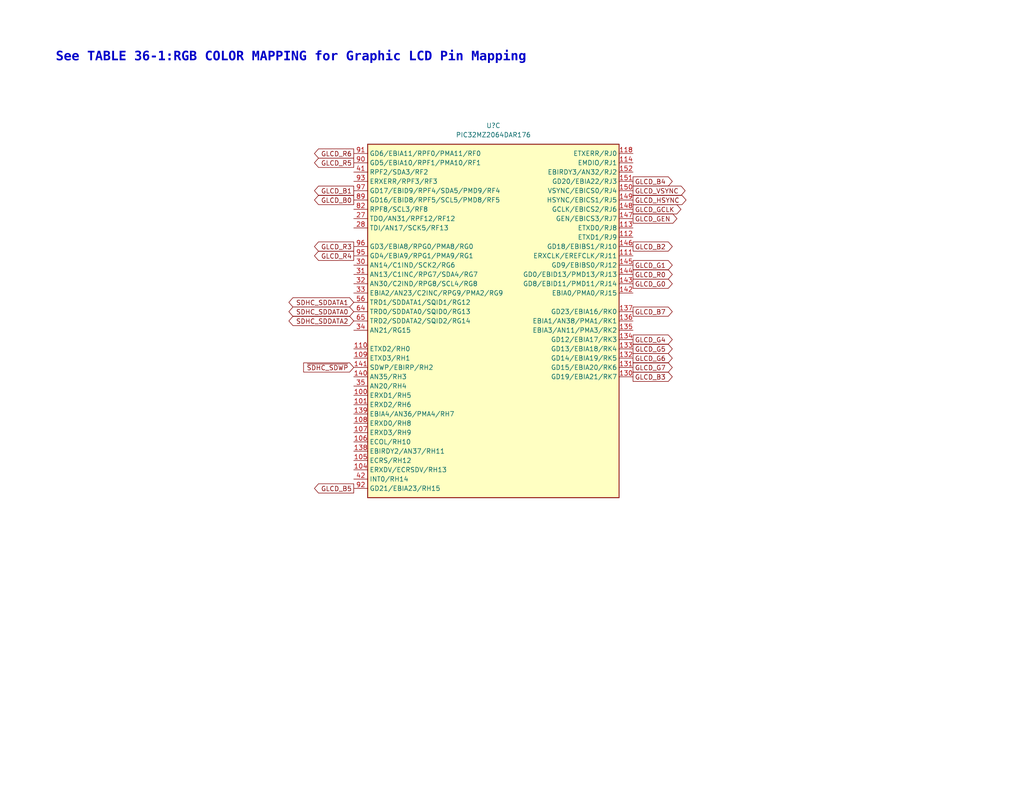
<source format=kicad_sch>
(kicad_sch (version 20230121) (generator eeschema)
  (paper "A")
  (title_block (title "Thermal Camera") (date "2023-11-13") (rev "PRELIM") (company "Drew Maatman and Michael Laffin"))
  (lib_symbols
    (symbol "Custom Library:PIC32MZ2064DAR176"
      (property "Reference" "U" (at -35.56 49.53 0))
      (property "Value" "PIC32MZ2064DAR176" (at -35.56 46.99 0))
      (symbol "PIC32MZ2064DAR176_1_1"
        (rectangle (start -12.7 38.1) (end 12.7 -68.58) (stroke (width 0.254)) (fill (type background)))
        (pin power_in line (at -16.51 7.62 0) (length 3.81) (name "VDDIO") (number "102"))
        (pin power_in line (at 16.51 12.7 180) (length 3.81) (name "VSS") (number "103"))
        (pin power_in line (at 16.51 10.16 180) (length 3.81) (name "VSS") (number "115"))
        (pin power_in line (at -16.51 -66.04 0) (length 3.81) (name "VDDCORE") (number "116"))
        (pin power_in line (at -16.51 5.08 0) (length 3.81) (name "VDDIO") (number "117"))
        (pin power_in line (at 16.51 7.62 180) (length 3.81) (name "VSS") (number "122"))
        (pin power_in line (at 16.51 5.08 180) (length 3.81) (name "VSS") (number "123"))
        (pin power_in line (at -16.51 2.54 0) (length 3.81) (name "VDDIO") (number "124"))
        (pin power_in line (at 16.51 2.54 180) (length 3.81) (name "VSS") (number "153"))
        (pin power_in line (at 16.51 0 180) (length 3.81) (name "VSS") (number "154"))
        (pin power_in line (at -16.51 0 0) (length 3.81) (name "VDDIO") (number "155"))
        (pin power_in line (at -16.51 -2.54 0) (length 3.81) (name "VDDIO") (number "156"))
        (pin power_in line (at -16.51 -5.08 0) (length 3.81) (name "VDDIO") (number "165"))
        (pin power_in line (at -16.51 20.32 0) (length 3.81) (name "VBAT") (number "166"))
        (pin no_connect line (at 16.51 -25.4 180) (length 3.81) hide (name "No_Connect") (number "176"))
        (pin power_in line (at 16.51 -5.08 180) (length 3.81) (name "VSS1P8") (number "177"))
        (pin power_in line (at -16.51 -58.42 0) (length 3.81) (name "VDDCORE") (number "18"))
        (pin power_in line (at -16.51 15.24 0) (length 3.81) (name "VDDIO") (number "19"))
        (pin no_connect line (at 16.51 -22.86 180) (length 3.81) hide (name "No_Connect") (number "20"))
        (pin power_in line (at 16.51 35.56 180) (length 3.81) (name "VSS") (number "21"))
        (pin power_in line (at 16.51 33.02 180) (length 3.81) (name "VSS") (number "22"))
        (pin power_in line (at 16.51 30.48 180) (length 3.81) (name "VSS") (number "29"))
        (pin power_in line (at -16.51 35.56 0) (length 3.81) (name "AVDD") (number "3"))
        (pin power_in line (at 16.51 27.94 180) (length 3.81) (name "VSS") (number "37"))
        (pin power_in line (at -16.51 12.7 0) (length 3.81) (name "VDDIO") (number "38"))
        (pin power_in line (at -16.51 -60.96 0) (length 3.81) (name "VDDCORE") (number "39"))
        (pin power_in line (at -16.51 33.02 0) (length 3.81) (name "AVDD") (number "4"))
        (pin no_connect line (at 16.51 -17.78 180) (length 3.81) hide (name "No_Connect") (number "44"))
        (pin power_in line (at 16.51 -45.72 180) (length 3.81) (name "VBUS") (number "45"))
        (pin power_out line (at 16.51 -52.07 180) (length 3.81) (name "VUSB3V3") (number "46"))
        (pin passive line (at 16.51 -54.61 180) (length 3.81) (name "VUSB3V3") (number "47"))
        (pin power_in line (at 16.51 25.4 180) (length 3.81) (name "VSS") (number "48"))
        (pin power_in line (at 16.51 22.86 180) (length 3.81) (name "VSS") (number "49"))
        (pin power_in line (at -16.51 27.94 0) (length 3.81) (name "AVSS") (number "5"))
        (pin bidirectional line (at 16.51 -63.5 180) (length 3.81) (name "D-") (number "50"))
        (pin bidirectional line (at 16.51 -60.96 180) (length 3.81) (name "D+") (number "51"))
        (pin passive line (at 16.51 -66.04 180) (length 3.81) (name "USBID") (number "52"))
        (pin power_in line (at -16.51 -15.24 0) (length 3.81) (name "VDDR1V8") (number "57"))
        (pin power_in line (at -16.51 -17.78 0) (length 3.81) (name "VDDR1V8") (number "58"))
        (pin power_in line (at -16.51 -20.32 0) (length 3.81) (name "VDDR1V8") (number "59"))
        (pin power_in line (at -16.51 25.4 0) (length 3.81) (name "AVSS") (number "6"))
        (pin power_in line (at -16.51 -22.86 0) (length 3.81) (name "VDDR1V8") (number "60"))
        (pin power_in line (at -16.51 -25.4 0) (length 3.81) (name "VDDR1V8") (number "61"))
        (pin power_in line (at -16.51 -27.94 0) (length 3.81) (name "VDDR1V8") (number "62"))
        (pin power_in line (at -16.51 -30.48 0) (length 3.81) (name "VDDR1V8") (number "63"))
        (pin power_in line (at -16.51 -45.72 0) (length 3.81) (name "DDRVREF") (number "66"))
        (pin power_in line (at -16.51 -33.02 0) (length 3.81) (name "VDDR1V8") (number "67"))
        (pin power_in line (at -16.51 -35.56 0) (length 3.81) (name "VDDR1V8") (number "68"))
        (pin power_in line (at -16.51 -38.1 0) (length 3.81) (name "VDDR1V8") (number "72"))
        (pin power_in line (at -16.51 -40.64 0) (length 3.81) (name "VDDR1V8") (number "78"))
        (pin power_in line (at 16.51 20.32 180) (length 3.81) (name "VSS") (number "83"))
        (pin power_in line (at -16.51 -63.5 0) (length 3.81) (name "VDDCORE") (number "84"))
        (pin input line (at 16.51 -15.24 180) (length 3.81) (name "MCLR") (number "85"))
        (pin power_in line (at -16.51 10.16 0) (length 3.81) (name "VDDIO") (number "86"))
        (pin power_in line (at 16.51 17.78 180) (length 3.81) (name "VSS") (number "87"))
        (pin no_connect line (at 16.51 -20.32 180) (length 3.81) hide (name "No_Connect") (number "88"))
        (pin power_in line (at 16.51 15.24 180) (length 3.81) (name "VSS") (number "94"))
      )
      (symbol "PIC32MZ2064DAR176_2_1"
        (rectangle (start -40.64 43.18) (end 43.18 -48.26) (stroke (width 0.254)) (fill (type background)))
        (pin bidirectional line (at -44.45 20.32 0) (length 3.81) (name "VREF-/CVREF-/AN27/RA9") (number "1"))
        (pin bidirectional line (at -44.45 -12.7 0) (length 3.81) (name "EBID10/AN4/RPB8/PMD10/RB8") (number "10"))
        (pin bidirectional line (at -44.45 5.08 0) (length 3.81) (name "PGEC1/AN9/RPB1/CTED1/RB1") (number "11"))
        (pin bidirectional line (at 46.99 -7.62 180) (length 3.81) (name "EMDC/RPD11/RD11") (number "119"))
        (pin bidirectional line (at -44.45 -20.32 0) (length 3.81) (name "AN49/RB11") (number "12"))
        (pin bidirectional line (at 46.99 0 180) (length 3.81) (name "ETXCLK/RPD7/RD7") (number "120"))
        (pin bidirectional line (at 46.99 2.54 180) (length 3.81) (name "ETXEN/RPD6/RD6") (number "121"))
        (pin bidirectional line (at -44.45 12.7 0) (length 3.81) (name "RPA15/SDA1/RA15") (number "125"))
        (pin bidirectional line (at -44.45 15.24 0) (length 3.81) (name "RPA14/SCL1/RA14") (number "126"))
        (pin bidirectional line (at -44.45 30.48 0) (length 3.81) (name "GD1/EBID14/PMD14/RA4") (number "127"))
        (pin bidirectional line (at -44.45 33.02 0) (length 3.81) (name "EBIRDY1/SDA2/RA3") (number "128"))
        (pin bidirectional line (at -44.45 35.56 0) (length 3.81) (name "SCL2/RA2") (number "129"))
        (pin bidirectional line (at -44.45 -7.62 0) (length 3.81) (name "PGEC2/RPB6/RB6") (number "13"))
        (pin bidirectional line (at 46.99 38.1 180) (length 3.81) (name "EBID12/AN10/RPC2/PMD12/RC2") (number "14"))
        (pin bidirectional line (at 46.99 35.56 180) (length 3.81) (name "EBIWE/AN34/RPC3/PMWR/RC3") (number "15"))
        (pin bidirectional line (at 46.99 -17.78 180) (length 3.81) (name "AN33/SCK6/RD15") (number "157"))
        (pin bidirectional line (at 46.99 -15.24 180) (length 3.81) (name "AN22/RPD14/RD14") (number "158"))
        (pin bidirectional line (at -44.45 -27.94 0) (length 3.81) (name "AN29/SCK3/RB14") (number "159"))
        (pin bidirectional line (at 46.99 33.02 180) (length 3.81) (name "EBIOE/AN19/RPC4/PMRD/RC4") (number "16"))
        (pin bidirectional line (at -44.45 38.1 0) (length 3.81) (name "TCK/AN24/RA1") (number "160"))
        (pin bidirectional line (at 46.99 25.4 180) (length 3.81) (name "SOSCO/RPC14/T1CK/RC14") (number "161"))
        (pin bidirectional line (at 46.99 27.94 180) (length 3.81) (name "SOSCI/RPC13/RC13") (number "162"))
        (pin bidirectional line (at 46.99 22.86 180) (length 3.81) (name "OSC2/CLKO/RC15") (number "163"))
        (pin bidirectional line (at 46.99 30.48 180) (length 3.81) (name "OSC1/CLKI/RC12") (number "164"))
        (pin bidirectional line (at -44.45 -5.08 0) (length 3.81) (name "AN45/RPB5/RB5") (number "167"))
        (pin bidirectional line (at -44.45 -17.78 0) (length 3.81) (name "AN5/RPB10/RB10") (number "168"))
        (pin bidirectional line (at -44.45 7.62 0) (length 3.81) (name "PGED1/AN0/RPB0/CTED2/RB0") (number "168"))
        (pin bidirectional line (at 46.99 40.64 180) (length 3.81) (name "EBID5/AN12/RPC1/PMD5/RC1") (number "17"))
        (pin bidirectional line (at -44.45 -10.16 0) (length 3.81) (name "PGED2/C1INA/AN46/RPB7/RB7") (number "170"))
        (pin bidirectional line (at -44.45 -22.86 0) (length 3.81) (name "AN6/RB12") (number "171"))
        (pin bidirectional line (at -44.45 2.54 0) (length 3.81) (name "AN1/C2INB/RPB2/RB2") (number "172"))
        (pin bidirectional line (at -44.45 -15.24 0) (length 3.81) (name "EBIA7/AN47/HLVDIN/RPB9/PMA7/RB9") (number "173"))
        (pin bidirectional line (at -44.45 27.94 0) (length 3.81) (name "EBIA5/AN7/PMA5/RA5") (number "174"))
        (pin bidirectional line (at -44.45 -2.54 0) (length 3.81) (name "AN2/C1INB/RB4") (number "175"))
        (pin bidirectional line (at -44.45 17.78 0) (length 3.81) (name "VREF+/CVREF+/AN28/RA10") (number "2"))
        (pin bidirectional line (at 46.99 -38.1 180) (length 3.81) (name "EBID6/AN16/PMD6/RE6") (number "23"))
        (pin bidirectional line (at 46.99 -40.64 180) (length 3.81) (name "EBID7/AN15/PMD7/RE7") (number "24"))
        (pin bidirectional line (at 46.99 -43.18 180) (length 3.81) (name "AN25/RPE8/RE8") (number "25"))
        (pin bidirectional line (at 46.99 -45.72 180) (length 3.81) (name "AN26/RPE9/RE9") (number "26"))
        (pin bidirectional line (at 46.99 -25.4 180) (length 3.81) (name "EBID1/AN39/PMD1/RE1") (number "36"))
        (pin bidirectional line (at 46.99 -22.86 180) (length 3.81) (name "EBID0/PMD0/RE0") (number "40"))
        (pin bidirectional line (at 46.99 -33.02 180) (length 3.81) (name "EBID4/AN18/PMD4/RE4") (number "43"))
        (pin bidirectional line (at -44.45 40.64 0) (length 3.81) (name "TMS/SDCD/RA0") (number "53"))
        (pin bidirectional line (at -44.45 25.4 0) (length 3.81) (name "TRCLK/SDCK/SQICLK/RA6") (number "54"))
        (pin bidirectional line (at -44.45 22.86 0) (length 3.81) (name "TRD3/SDDATA3/SQID3/RA7") (number "55"))
        (pin bidirectional line (at 46.99 -35.56 180) (length 3.81) (name "EBIA6/RPE5/PMA6/RE5") (number "69"))
        (pin bidirectional line (at -44.45 -30.48 0) (length 3.81) (name "AN3/C2INA/RPB15/OCFB/RB15") (number "7"))
        (pin bidirectional line (at 46.99 7.62 180) (length 3.81) (name "SDCMD/SQICS0/RPD4/RD4") (number "70"))
        (pin bidirectional line (at 46.99 5.08 180) (length 3.81) (name "SQICS1/RPD5/RD5") (number "71"))
        (pin bidirectional line (at 46.99 15.24 180) (length 3.81) (name "SCK1/RD1") (number "73"))
        (pin bidirectional line (at 46.99 12.7 180) (length 3.81) (name "GD10/EBIA14/RPD2/PMA14/PMCS1/RD2") (number "74"))
        (pin bidirectional line (at 46.99 10.16 180) (length 3.81) (name "GD11/EBIA15/RPD3/PMA15/PMCS2/RD3") (number "75"))
        (pin bidirectional line (at 46.99 -2.54 180) (length 3.81) (name "GD2/EBID15/RPD9/PMD15/RD9") (number "76"))
        (pin bidirectional line (at 46.99 -5.08 180) (length 3.81) (name "SCK4/RD10") (number "77"))
        (pin bidirectional line (at 46.99 17.78 180) (length 3.81) (name "RTCC/RPD0/RD0") (number "79"))
        (pin bidirectional line (at -44.45 0 0) (length 3.81) (name "AN8/RPB3/RB3") (number "8"))
        (pin bidirectional line (at 46.99 -10.16 180) (length 3.81) (name "GD7/EBIA12/RPD12/PMA12/RD12") (number "80"))
        (pin bidirectional line (at 46.99 -12.7 180) (length 3.81) (name "GD22/EBIA13/PMA13/RD13") (number "81"))
        (pin bidirectional line (at -44.45 -25.4 0) (length 3.81) (name "AN48/CTPLS/RB13") (number "9"))
        (pin bidirectional line (at 46.99 -30.48 180) (length 3.81) (name "EBID3/RPE3/PMD3/RE3") (number "98"))
        (pin bidirectional line (at 46.99 -27.94 180) (length 3.81) (name "EBID2/PMD2/RE2") (number "99"))
      )
      (symbol "PIC32MZ2064DAR176_3_1"
        (rectangle (start -35.56 45.72) (end 33.02 -50.8) (stroke (width 0.254)) (fill (type background)))
        (pin bidirectional line (at -39.37 -22.86 0) (length 3.81) (name "ERXD1/RH5") (number "100"))
        (pin bidirectional line (at -39.37 -25.4 0) (length 3.81) (name "ERXD2/RH6") (number "101"))
        (pin bidirectional line (at -39.37 -43.18 0) (length 3.81) (name "ERXDV/ECRSDV/RH13") (number "104"))
        (pin bidirectional line (at -39.37 -40.64 0) (length 3.81) (name "ECRS/RH12") (number "105"))
        (pin bidirectional line (at -39.37 -35.56 0) (length 3.81) (name "ECOL/RH10") (number "106"))
        (pin bidirectional line (at -39.37 -33.02 0) (length 3.81) (name "ERXD3/RH9") (number "107"))
        (pin bidirectional line (at -39.37 -30.48 0) (length 3.81) (name "ERXD0/RH8") (number "108"))
        (pin bidirectional line (at -39.37 -12.7 0) (length 3.81) (name "ETXD3/RH1") (number "109"))
        (pin bidirectional line (at -39.37 -10.16 0) (length 3.81) (name "ETXD2/RH0") (number "110"))
        (pin bidirectional line (at 36.83 15.24 180) (length 3.81) (name "ERXCLK/EREFCLK/RJ11") (number "111"))
        (pin bidirectional line (at 36.83 20.32 180) (length 3.81) (name "ETXD1/RJ9") (number "112"))
        (pin bidirectional line (at 36.83 22.86 180) (length 3.81) (name "ETXD0/RJ8") (number "113"))
        (pin bidirectional line (at 36.83 40.64 180) (length 3.81) (name "EMDIO/RJ1") (number "114"))
        (pin bidirectional line (at 36.83 43.18 180) (length 3.81) (name "ETXERR/RJ0") (number "118"))
        (pin bidirectional line (at 36.83 -17.78 180) (length 3.81) (name "GD19/EBIA21/RK7") (number "130"))
        (pin bidirectional line (at 36.83 -15.24 180) (length 3.81) (name "GD15/EBIA20/RK6") (number "131"))
        (pin bidirectional line (at 36.83 -12.7 180) (length 3.81) (name "GD14/EBIA19/RK5") (number "132"))
        (pin bidirectional line (at 36.83 -10.16 180) (length 3.81) (name "GD13/EBIA18/RK4") (number "133"))
        (pin bidirectional line (at 36.83 -7.62 180) (length 3.81) (name "GD12/EBIA17/RK3") (number "134"))
        (pin bidirectional line (at 36.83 -5.08 180) (length 3.81) (name "EBIA3/AN11/PMA3/RK2") (number "135"))
        (pin bidirectional line (at 36.83 -2.54 180) (length 3.81) (name "EBIA1/AN38/PMA1/RK1") (number "136"))
        (pin bidirectional line (at 36.83 0 180) (length 3.81) (name "GD23/EBIA16/RK0") (number "137"))
        (pin bidirectional line (at -39.37 -38.1 0) (length 3.81) (name "EBIRDY2/AN37/RH11") (number "138"))
        (pin bidirectional line (at -39.37 -27.94 0) (length 3.81) (name "EBIA4/AN36/PMA4/RH7") (number "139"))
        (pin bidirectional line (at -39.37 -17.78 0) (length 3.81) (name "AN35/RH3") (number "140"))
        (pin bidirectional line (at -39.37 -15.24 0) (length 3.81) (name "SDWP/EBIRP/RH2") (number "141"))
        (pin bidirectional line (at 36.83 5.08 180) (length 3.81) (name "EBIA0/PMA0/RJ15") (number "142"))
        (pin bidirectional line (at 36.83 7.62 180) (length 3.81) (name "GD8/EBID11/PMD11/RJ14") (number "143"))
        (pin bidirectional line (at 36.83 10.16 180) (length 3.81) (name "GD0/EBID13/PMD13/RJ13") (number "144"))
        (pin bidirectional line (at 36.83 12.7 180) (length 3.81) (name "GD9/EBIBS0/RJ12") (number "145"))
        (pin bidirectional line (at 36.83 17.78 180) (length 3.81) (name "GD18/EBIBS1/RJ10") (number "146"))
        (pin bidirectional line (at 36.83 25.4 180) (length 3.81) (name "GEN/EBICS3/RJ7") (number "147"))
        (pin bidirectional line (at 36.83 27.94 180) (length 3.81) (name "GCLK/EBICS2/RJ6") (number "148"))
        (pin bidirectional line (at 36.83 30.48 180) (length 3.81) (name "HSYNC/EBICS1/RJ5") (number "149"))
        (pin bidirectional line (at 36.83 33.02 180) (length 3.81) (name "VSYNC/EBICS0/RJ4") (number "150"))
        (pin bidirectional line (at 36.83 35.56 180) (length 3.81) (name "GD20/EBIA22/RJ3") (number "151"))
        (pin bidirectional line (at 36.83 38.1 180) (length 3.81) (name "EBIRDY3/AN32/RJ2") (number "152"))
        (pin bidirectional line (at -39.37 25.4 0) (length 3.81) (name "TDO/AN31/RPF12/RF12") (number "27"))
        (pin bidirectional line (at -39.37 22.86 0) (length 3.81) (name "TDI/AN17/SCK5/RF13") (number "28"))
        (pin bidirectional line (at -39.37 12.7 0) (length 3.81) (name "AN14/C1IND/SCK2/RG6") (number "30"))
        (pin bidirectional line (at -39.37 10.16 0) (length 3.81) (name "AN13/C1INC/RPG7/SDA4/RG7") (number "31"))
        (pin bidirectional line (at -39.37 7.62 0) (length 3.81) (name "AN30/C2IND/RPG8/SCL4/RG8") (number "32"))
        (pin bidirectional line (at -39.37 5.08 0) (length 3.81) (name "EBIA2/AN23/C2INC/RPG9/PMA2/RG9") (number "33"))
        (pin bidirectional line (at -39.37 -5.08 0) (length 3.81) (name "AN21/RG15") (number "34"))
        (pin bidirectional line (at -39.37 -20.32 0) (length 3.81) (name "AN20/RH4") (number "35"))
        (pin bidirectional line (at -39.37 38.1 0) (length 3.81) (name "RPF2/SDA3/RF2") (number "41"))
        (pin bidirectional line (at -39.37 -45.72 0) (length 3.81) (name "INT0/RH14") (number "42"))
        (pin bidirectional line (at -39.37 2.54 0) (length 3.81) (name "TRD1/SDDATA1/SQID1/RG12") (number "56"))
        (pin bidirectional line (at -39.37 0 0) (length 3.81) (name "TRD0/SDDATA0/SQID0/RG13") (number "64"))
        (pin bidirectional line (at -39.37 -2.54 0) (length 3.81) (name "TRD2/SDDATA2/SQID2/RG14") (number "65"))
        (pin bidirectional line (at -39.37 27.94 0) (length 3.81) (name "RPF8/SCL3/RF8") (number "82"))
        (pin bidirectional line (at -39.37 30.48 0) (length 3.81) (name "GD16/EBID8/RPF5/SCL5/PMD8/RF5") (number "89"))
        (pin bidirectional line (at -39.37 40.64 0) (length 3.81) (name "GD5/EBIA10/RPF1/PMA10/RF1") (number "90"))
        (pin bidirectional line (at -39.37 43.18 0) (length 3.81) (name "GD6/EBIA11/RPF0/PMA11/RF0") (number "91"))
        (pin bidirectional line (at -39.37 -48.26 0) (length 3.81) (name "GD21/EBIA23/RH15") (number "92"))
        (pin bidirectional line (at -39.37 35.56 0) (length 3.81) (name "ERXERR/RPF3/RF3") (number "93"))
        (pin bidirectional line (at -39.37 15.24 0) (length 3.81) (name "GD4/EBIA9/RPG1/PMA9/RG1") (number "95"))
        (pin bidirectional line (at -39.37 17.78 0) (length 3.81) (name "GD3/EBIA8/RPG0/PMA8/RG0") (number "96"))
        (pin bidirectional line (at -39.37 33.02 0) (length 3.81) (name "GD17/EBID9/RPF4/SDA5/PMD9/RF4") (number "97"))
      )
    )
  )
  (text "See TABLE 36-1:RGB COLOR MAPPING for Graphic LCD Pin Mapping" (at 15.24 17.78 0) (effects (font (size 2.54 2.54) (thickness 0.254) bold) (justify left bottom)))
  (global_label "GLCD_R4" (shape output) (at 96.52 69.85 180) (property "Intersheetrefs" "${INTERSHEET_REFS}" (effects hide)))
  (global_label "GLCD_R5" (shape output) (at 96.52 44.45 180) (property "Intersheetrefs" "${INTERSHEET_REFS}" (effects hide)))
  (global_label "GLCD_B1" (shape output) (at 96.52 52.07 180) (property "Intersheetrefs" "${INTERSHEET_REFS}" (effects hide)))
  (global_label "GLCD_G1" (shape output) (at 172.72 72.39 0) (property "Intersheetrefs" "${INTERSHEET_REFS}" (effects hide)))
  (global_label "SDHC_SDDATA1" (shape bidirectional) (at 96.52 82.55 180) (property "Intersheetrefs" "${INTERSHEET_REFS}" (effects hide)))
  (global_label "GLCD_HSYNC" (shape output) (at 172.72 54.61 0) (property "Intersheetrefs" "${INTERSHEET_REFS}" (effects hide)))
  (global_label "GLCD_G6" (shape output) (at 172.72 97.79 0) (property "Intersheetrefs" "${INTERSHEET_REFS}" (effects hide)))
  (global_label "GLCD_R3" (shape output) (at 96.52 67.31 180) (property "Intersheetrefs" "${INTERSHEET_REFS}" (effects hide)))
  (global_label "GLCD_G0" (shape output) (at 172.72 77.47 0) (property "Intersheetrefs" "${INTERSHEET_REFS}" (effects hide)))
  (global_label "GLCD_R6" (shape output) (at 96.52 41.91 180) (property "Intersheetrefs" "${INTERSHEET_REFS}" (effects hide)))
  (global_label "GLCD_B2" (shape output) (at 172.72 67.31 0) (property "Intersheetrefs" "${INTERSHEET_REFS}" (effects hide)))
  (global_label "GLCD_B3" (shape output) (at 172.72 102.87 0) (property "Intersheetrefs" "${INTERSHEET_REFS}" (effects hide)))
  (global_label "GLCD_GEN" (shape output) (at 172.72 59.69 0) (property "Intersheetrefs" "${INTERSHEET_REFS}" (effects hide)))
  (global_label "GLCD_VSYNC" (shape output) (at 172.72 52.07 0) (property "Intersheetrefs" "${INTERSHEET_REFS}" (effects hide)))
  (global_label "GLCD_B7" (shape output) (at 172.72 85.09 0) (property "Intersheetrefs" "${INTERSHEET_REFS}" (effects hide)))
  (global_label "GLCD_G4" (shape output) (at 172.72 92.71 0) (property "Intersheetrefs" "${INTERSHEET_REFS}" (effects hide)))
  (global_label "SDHC_SDDATA0" (shape bidirectional) (at 96.52 85.09 180) (property "Intersheetrefs" "${INTERSHEET_REFS}" (effects hide)))
  (global_label "GLCD_B4" (shape output) (at 172.72 49.53 0) (property "Intersheetrefs" "${INTERSHEET_REFS}" (effects hide)))
  (global_label "GLCD_B5" (shape output) (at 96.52 133.35 180) (property "Intersheetrefs" "${INTERSHEET_REFS}" (effects hide)))
  (global_label "SDHC_SDDATA2" (shape bidirectional) (at 96.52 87.63 180) (property "Intersheetrefs" "${INTERSHEET_REFS}" (effects hide)))
  (global_label "GLCD_B0" (shape output) (at 96.52 54.61 180) (property "Intersheetrefs" "${INTERSHEET_REFS}" (effects hide)))
  (global_label "~{SDHC_SDWP}" (shape input) (at 96.52 100.33 180) (property "Intersheetrefs" "${INTERSHEET_REFS}" (effects hide)))
  (global_label "GLCD_R0" (shape output) (at 172.72 74.93 0) (property "Intersheetrefs" "${INTERSHEET_REFS}" (effects hide)))
  (global_label "GLCD_G5" (shape output) (at 172.72 95.25 0) (property "Intersheetrefs" "${INTERSHEET_REFS}" (effects hide)))
  (global_label "GLCD_G7" (shape output) (at 172.72 100.33 0) (property "Intersheetrefs" "${INTERSHEET_REFS}" (effects hide)))
  (global_label "GLCD_GCLK" (shape output) (at 172.72 57.15 0) (property "Intersheetrefs" "${INTERSHEET_REFS}" (effects hide)))
  (symbol (lib_id "Custom Library:PIC32MZ2064DAR176") (at 135.89 85.09 0) (unit 3)
    (property "Reference" "U?" (at 134.62 34.29 0))
    (property "Value" "PIC32MZ2064DAR176" (at 134.62 36.83 0))
    (property "Footprint" "Custom Footprints Library:LQFP-176_20x20mm_P0.4mm_7p9x7p9mm_EP" (effects hide))
    (property "Datasheet" "https://ww1.microchip.com/downloads/aemDocuments/documents/MCU32/ProductDocuments/DataSheets/PIC32MZ-Graphics-%28DAK-DAL-DAR-DAS%29-Family-Datasheet-DS60001565D.pdf" (effects hide))
    (property "Digi-Key PN" "PIC32MZ2064DAR176-I/2J-ND" (effects hide))
  )
)
</source>
